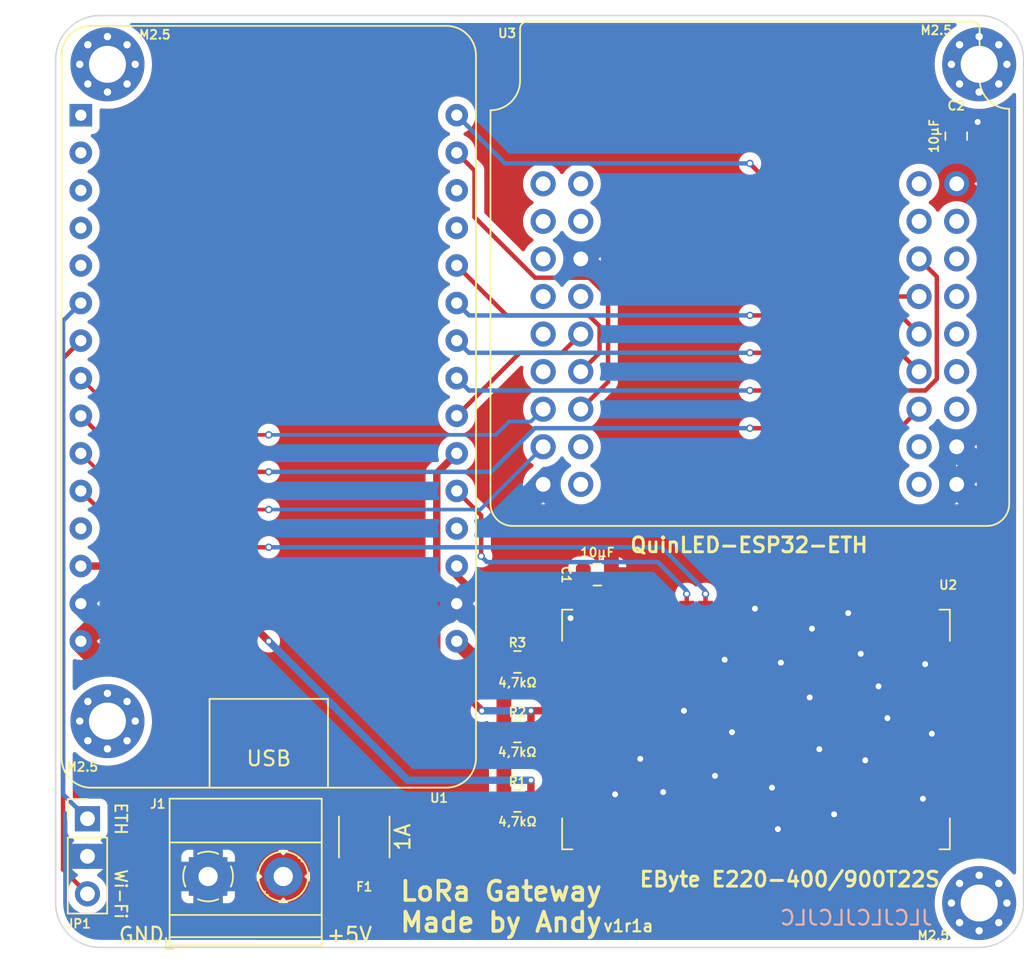
<source format=kicad_pcb>
(kicad_pcb (version 20211014) (generator pcbnew)
  (title_block (title "LoRa-Gateway-E220") (rev "v1r1a"))
  (layers (0 "F.Cu" signal) (31 "B.Cu" signal) (34 "B.Paste" user) (35 "F.Paste" user) (36 "B.SilkS" user "B.Silkscreen") (37 "F.SilkS" user "F.Silkscreen") (38 "B.Mask" user) (39 "F.Mask" user) (44 "Edge.Cuts" user))
  (net 0 "")
  (net 1 "GND")
  (net 2 "GPIO14")
  (net 3 "GPIO4")
  (net 4 "GPIO25")
  (net 5 "GPIO26")
  (net 6 "GPIO27")
  (net 7 "GPIO17")
  (net 8 "GPIO5")
  (net 9 "GPIO18")
  (net 10 "3v3")
  (net 11 "GPIO19")
  (net 12 "GPIO21")
  (net 13 "GPIO22")
  (net 14 "GPIO23")
  (net 20 "GPIO32")
  (net 21 "GPIO33")
  (net 24 "GPIO13")
  (net 25 "GPIO16")
  (net 28 "GPIO15")
  (net 36 "5vF")
  (net 37 "/5V")
  (footprint "Connector_PinHeader_2.54mm:PinHeader_1x03_P2.54mm_Vertical" (layer "F.Cu") (at 99.15 90.3)
    (fp_text reference "JP1" (at -0.6 7.1) (layer "F.SilkS") (effects (font (size 0.6 0.6) (thickness 0.12))))
    (fp_text value "Jumper_3_Open")
    (fp_text user "Wi-Fi" (at 2.25 5.1 -90 unlocked) (layer "F.SilkS") (effects (font (size 0.8 0.8) (thickness 0.13))))
    (fp_text user "ETH" (at 2.25 0 -90 unlocked) (layer "F.SilkS") (effects (font (size 0.8 0.8) (thickness 0.13))))
    (fp_line (start 1.33 1.27) (end 1.33 6.41) (layer "F.SilkS") (width 0.12))
    (fp_line (start -1.33 -1.33) (end 0 -1.33) (layer "F.SilkS") (width 0.12))
    (fp_line (start -1.33 1.27) (end 1.33 1.27) (layer "F.SilkS") (width 0.12))
    (fp_line (start -1.33 6.41) (end 1.33 6.41) (layer "F.SilkS") (width 0.12))
    (fp_line (start -1.33 1.27) (end -1.33 6.41) (layer "F.SilkS") (width 0.12))
    (fp_line (start -1.33 0) (end -1.33 -1.33) (layer "F.SilkS") (width 0.12))
    (pad "1" thru_hole rect locked (at 0 0) (size 1.7 1.7) (drill 1) (layers *.Cu *.Mask) (net 20 "GPIO32"))
    (pad "2" thru_hole oval locked (at 0 2.54) (size 1.7 1.7) (drill 1) (layers *.Cu *.Mask) (net 1 "GND"))
    (pad "3" thru_hole oval locked (at 0 5.08) (size 1.7 1.7) (drill 1) (layers *.Cu *.Mask) (net 21 "GPIO33"))
  )
  (footprint "Capacitor_SMD:C_0805_2012Metric" (layer "F.Cu") (at 157.85 44.15 90)
    (fp_text reference "C2" (at 2.05 0 180) (layer "F.SilkS") (effects (font (size 0.6 0.6) (thickness 0.12))))
    (fp_text value "10µF" (at 0 -1.5 90) (layer "F.SilkS") (effects (font (size 0.6 0.6) (thickness 0.12))))
    (fp_line (start -0.261252 -0.735) (end 0.261252 -0.735) (layer "F.SilkS") (width 0.12))
    (fp_line (start -0.261252 0.735) (end 0.261252 0.735) (layer "F.SilkS") (width 0.12))
    (pad "1" smd roundrect locked (at -0.95 0 90) (size 1 1.45) (layers "F.Cu" "F.Paste" "F.Mask") (net 36 "5vF"))
    (pad "2" smd roundrect locked (at 0.95 0 90) (size 1 1.45) (layers "F.Cu" "F.Paste" "F.Mask") (net 1 "GND"))
  )
  (footprint "MountingHole:MountingHole_2.5mm_Pad_Via" (layer "F.Cu") (at 159.4 96)
    (fp_text reference "H3")
    (fp_text value "M2.5" (at -3.1 2.2) (layer "F.SilkS") (effects (font (size 0.6 0.6) (thickness 0.12))))
    (pad "1" thru_hole circle locked (at 1.875 0) (size 0.8 0.8) (drill 0.5) (layers *.Cu *.Mask))
    (pad "1" thru_hole circle locked (at 0 1.875) (size 0.8 0.8) (drill 0.5) (layers *.Cu *.Mask))
    (pad "1" thru_hole circle locked (at 1.325825 -1.325825) (size 0.8 0.8) (drill 0.5) (layers *.Cu *.Mask))
    (pad "1" thru_hole circle locked (at 0 0) (size 5 5) (drill 2.5) (layers *.Cu *.Mask))
    (pad "1" thru_hole circle locked (at 1.325825 1.325825) (size 0.8 0.8) (drill 0.5) (layers *.Cu *.Mask))
    (pad "1" thru_hole circle locked (at -1.325825 -1.325825) (size 0.8 0.8) (drill 0.5) (layers *.Cu *.Mask))
    (pad "1" thru_hole circle locked (at 0 -1.875) (size 0.8 0.8) (drill 0.5) (layers *.Cu *.Mask))
    (pad "1" thru_hole circle locked (at -1.875 0) (size 0.8 0.8) (drill 0.5) (layers *.Cu *.Mask))
    (pad "1" thru_hole circle locked (at -1.325825 1.325825) (size 0.8 0.8) (drill 0.5) (layers *.Cu *.Mask))
  )
  (footprint "Resistor_SMD:R_0805_2012Metric" (layer "F.Cu") (at 128.2 84.4)
    (fp_text reference "R2" (at 0 -1.3) (layer "F.SilkS") (effects (font (size 0.6 0.6) (thickness 0.12))))
    (fp_text value "4,7kΩ" (at -0.0125 1.4) (layer "F.SilkS") (effects (font (size 0.6 0.6) (thickness 0.12))))
    (fp_line (start -0.227064 0.735) (end 0.227064 0.735) (layer "F.SilkS") (width 0.12))
    (fp_line (start -0.227064 -0.735) (end 0.227064 -0.735) (layer "F.SilkS") (width 0.12))
    (pad "1" smd roundrect locked (at -0.9125 0) (size 1.025 1.4) (layers "F.Cu" "F.Paste" "F.Mask") (roundrect_rratio 0.243902439) (net 10 "3v3"))
    (pad "2" smd roundrect locked (at 0.9125 0) (size 1.025 1.4) (layers "F.Cu" "F.Paste" "F.Mask") (roundrect_rratio 0.243902439) (net 25 "GPIO16"))
  )
  (footprint "QuinLED:QuinLED-ESP32-ETH-Hat" (layer "F.Cu") (at 161.43 70.505 180)
    (fp_text reference "U3" (at 33.93 33.305) (layer "F.SilkS") (effects (font (size 0.6 0.6) (thickness 0.12))))
    (fp_text value "QuinLED-ESP32-ETH-Hat")
    (fp_text user "QuinLED-ESP32-ETH" (at 17.58 -1.295 unlocked) (layer "F.SilkS") (effects (font (thickness 0.2))))
    (fp_line (start 2.5 34.1) (end 32.55 34.1) (layer "F.SilkS") (width 0.12))
    (fp_line (start 2 30.2) (end 2 33.6) (layer "F.SilkS") (width 0.12))
    (fp_line (start 33.05 30.1) (end 33.05 33.6) (layer "F.SilkS") (width 0.12))
    (fp_line (start 1.5 0) (end 33.55 0) (layer "F.SilkS") (width 0.12))
    (fp_line (start 0 1.5) (end 0 28.2) (layer "F.SilkS") (width 0.12))
    (fp_line (start 35.05 1.5) (end 35.05 28.1) (layer "F.SilkS") (width 0.12))
    (fp_arc (start 33.05 33.6) (mid 32.903553 33.953553) (end 32.55 34.1) (layer "F.SilkS") (width 0.12))
    (fp_arc (start 0 28.2) (mid 1.414214 28.785786) (end 2 30.2) (layer "F.SilkS") (width 0.12))
    (fp_arc (start 0 1.5) (mid 0.43934 0.43934) (end 1.5 0) (layer "F.SilkS") (width 0.12))
    (fp_arc (start 33.05 30.1) (mid 33.635786 28.685786) (end 35.05 28.1) (layer "F.SilkS") (width 0.12))
    (fp_arc (start 2.5 34.1) (mid 2.146447 33.953553) (end 2 33.6) (layer "F.SilkS") (width 0.12))
    (fp_arc (start 33.55 0) (mid 34.61066 0.43934) (end 35.05 1.5) (layer "F.SilkS") (width 0.12))
    (pad "1" thru_hole circle (at 3.55 23.13 180) (size 1.7 1.7) (drill 1) (layers *.Cu *.Mask) (net 36 "5vF"))
    (pad "2" thru_hole circle (at 3.55 2.81 180) (size 1.7 1.7) (drill 1) (layers *.Cu *.Mask) (net 1 "GND"))
    (pad "3" thru_hole circle (at 3.55 5.35 180) (size 1.7 1.7) (drill 1) (layers *.Cu *.Mask) (net 1 "GND"))
    (pad "4" thru_hole circle (at 31.49 2.81 180) (size 1.7 1.7) (drill 1) (layers *.Cu *.Mask) (net 1 "GND"))
    (pad "5" thru_hole circle (at 28.95 18.05 180) (size 1.7 1.7) (drill 1) (layers *.Cu *.Mask) (net 1 "GND"))
    (pad "6" thru_hole circle (at 6.09 18.05 180) (size 1.7 1.7) (drill 1) (layers *.Cu *.Mask) (net 8 "GPIO5"))
    (pad "7" thru_hole circle (at 28.95 12.97 180) (size 1.7 1.7) (drill 1) (layers *.Cu *.Mask) (net 7 "GPIO17"))
    (pad "8" thru_hole circle (at 6.09 10.43 180) (size 1.7 1.7) (drill 1) (layers *.Cu *.Mask) (net 9 "GPIO18"))
    (pad "9" thru_hole circle (at 6.09 12.97 180) (size 1.7 1.7) (drill 1) (layers *.Cu *.Mask) (net 11 "GPIO19"))
    (pad "10" thru_hole circle (at 28.95 10.43 180) (size 1.7 1.7) (drill 1) (layers *.Cu *.Mask) (net 12 "GPIO21"))
    (pad "11" thru_hole circle (at 28.95 7.89 180) (size 1.7 1.7) (drill 1) (layers *.Cu *.Mask) (net 13 "GPIO22"))
    (pad "12" thru_hole circle (at 6.09 15.51 180) (size 1.7 1.7) (drill 1) (layers *.Cu *.Mask) (net 14 "GPIO23"))
    (pad "13" thru_hole circle (at 31.49 7.89 180) (size 1.7 1.7) (drill 1) (layers *.Cu *.Mask) (net 4 "GPIO25"))
    (pad "14" thru_hole circle (at 6.09 7.89 180) (size 1.7 1.7) (drill 1) (layers *.Cu *.Mask) (net 5 "GPIO26"))
    (pad "15" thru_hole circle (at 31.49 5.35 180) (size 1.7 1.7) (drill 1) (layers *.Cu *.Mask) (net 6 "GPIO27"))
    (pad "16" thru_hole circle (at 6.09 2.81 180) (size 1.7 1.7) (drill 1) (layers *.Cu *.Mask))
    (pad "17" thru_hole circle (at 6.09 5.35 180) (size 1.7 1.7) (drill 1) (layers *.Cu *.Mask))
    (pad "18" thru_hole circle (at 3.55 7.89 180) (size 1.7 1.7) (drill 1) (layers *.Cu *.Mask))
    (pad "19" thru_hole circle (at 3.55 10.43 180) (size 1.7 1.7) (drill 1) (layers *.Cu *.Mask))
    (pad "20" thru_hole circle (at 3.55 12.97 180) (size 1.7 1.7) (drill 1) (layers *.Cu *.Mask))
    (pad "21" thru_hole circle (at 3.55 15.51 180) (size 1.7 1.7) (drill 1) (layers *.Cu *.Mask))
    (pad "22" thru_hole circle (at 3.55 18.05 180) (size 1.7 1.7) (drill 1) (layers *.Cu *.Mask))
    (pad "23" thru_hole circle (at 3.55 20.59 180) (size 1.7 1.7) (drill 1) (layers *.Cu *.Mask))
    (pad "24" thru_hole circle (at 6.09 20.59 180) (size 1.7 1.7) (drill 1) (layers *.Cu *.Mask))
    (pad "25" thru_hole circle (at 6.09 23.13 180) (size 1.7 1.7) (drill 1) (layers *.Cu *.Mask))
    (pad "26" thru_hole circle (at 28.95 2.81 180) (size 1.7 1.7) (drill 1) (layers *.Cu *.Mask))
    (pad "27" thru_hole circle (at 28.95 5.35 180) (size 1.7 1.7) (drill 1) (layers *.Cu *.Mask))
    (pad "28" thru_hole circle (at 31.49 10.43 180) (size 1.7 1.7) (drill 1) (layers *.Cu *.Mask))
    (pad "29" thru_hole circle (at 31.49 12.97 180) (size 1.7 1.7) (drill 1) (layers *.Cu *.Mask))
    (pad "30" thru_hole circle (at 28.95 15.51 180) (size 1.7 1.7) (drill 1) (layers *.Cu *.Mask))
    (pad "31" thru_hole circle (at 31.49 15.51 180) (size 1.7 1.7) (drill 1) (layers *.Cu *.Mask))
    (pad "32" thru_hole circle (at 31.49 18.05 180) (size 1.7 1.7) (drill 1) (layers *.Cu *.Mask))
    (pad "33" thru_hole circle (at 28.95 20.59 180) (size 1.7 1.7) (drill 1) (layers *.Cu *.Mask))
    (pad "34" thru_hole circle (at 31.49 20.59 180) (size 1.7 1.7) (drill 1) (layers *.Cu *.Mask))
    (pad "35" thru_hole circle (at 28.95 23.13 180) (size 1.7 1.7) (drill 1) (layers *.Cu *.Mask))
    (pad "36" thru_hole circle (at 31.49 23.13 180) (size 1.7 1.7) (drill 1) (layers *.Cu *.Mask))
  )
  (footprint "MountingHole:MountingHole_2.5mm_Pad_Via" (layer "F.Cu") (at 100.5 39.3)
    (fp_text reference "H1")
    (fp_text value "M2.5" (at 3.2 -2) (layer "F.SilkS") (effects (font (size 0.6 0.6) (thickness 0.12))))
    (pad "1" thru_hole circle locked (at 0 -1.875) (size 0.8 0.8) (drill 0.5) (layers *.Cu *.Mask))
    (pad "1" thru_hole circle locked (at 0 1.875) (size 0.8 0.8) (drill 0.5) (layers *.Cu *.Mask))
    (pad "1" thru_hole circle locked (at 0 0) (size 5 5) (drill 2.5) (layers *.Cu *.Mask))
    (pad "1" thru_hole circle locked (at 1.325825 -1.325825) (size 0.8 0.8) (drill 0.5) (layers *.Cu *.Mask))
    (pad "1" thru_hole circle locked (at 1.325825 1.325825) (size 0.8 0.8) (drill 0.5) (layers *.Cu *.Mask))
    (pad "1" thru_hole circle locked (at 1.875 0) (size 0.8 0.8) (drill 0.5) (layers *.Cu *.Mask))
    (pad "1" thru_hole circle locked (at -1.875 0) (size 0.8 0.8) (drill 0.5) (layers *.Cu *.Mask))
    (pad "1" thru_hole circle locked (at -1.325825 -1.325825) (size 0.8 0.8) (drill 0.5) (layers *.Cu *.Mask))
    (pad "1" thru_hole circle locked (at -1.325825 1.325825) (size 0.8 0.8) (drill 0.5) (layers *.Cu *.Mask))
  )
  (footprint "Andys-Footprints:E-Byte-E220-xxxT22S" (layer "F.Cu") (at 130.82 93.6675 90)
    (fp_text reference "U2" (at 19.1675 26.48 180) (layer "F.SilkS") (effects (font (size 0.6 0.6) (thickness 0.12))))
    (fp_text value "EByte E220-400/900T22S" (at -0.7325 15.78 180) (layer "F.SilkS") (effects (font (thickness 0.2))))
    (fp_line (start 17.5 0.4) (end 17.5 1.1) (layer "F.SilkS") (width 0.12))
    (fp_line (start 1.3 26.6) (end 1.3 25.9) (layer "F.SilkS") (width 0.12))
    (fp_line (start 3.4 0.4) (end 1.3 0.4) (layer "F.SilkS") (width 0.12))
    (fp_line (start 15.4 26.6) (end 17.5 26.6) (layer "F.SilkS") (width 0.12))
    (fp_line (start 1.3 0.4) (end 1.3 1.1) (layer "F.SilkS") (width 0.12))
    (fp_line (start 15.4 0.4) (end 17.5 0.4) (layer "F.SilkS") (width 0.12))
    (fp_line (start 3.4 26.6) (end 1.3 26.6) (layer "F.SilkS") (width 0.12))
    (fp_line (start 17.5 26.6) (end 17.5 25.9) (layer "F.SilkS") (width 0.12))
    (pad "1" smd rect (at 1.6 2.47) (size 1 1.8) (layers "F.Cu" "F.Paste" "F.Mask"))
    (pad "2" smd rect (at 1.6 3.74) (size 1 1.8) (layers "F.Cu" "F.Paste" "F.Mask") (net 1 "GND"))
    (pad "3" smd rect (at 1.6 5.01) (size 1 1.8) (layers "F.Cu" "F.Paste" "F.Mask"))
    (pad "4" smd rect (at 1.6 6.28) (size 1 1.8) (layers "F.Cu" "F.Paste" "F.Mask"))
    (pad "5" smd rect (at 1.6 7.55) (size 1 1.8) (layers "F.Cu" "F.Paste" "F.Mask"))
    (pad "6" smd rect (at 1.6 8.82) (size 1 1.8) (layers "F.Cu" "F.Paste" "F.Mask"))
    (pad "7" smd rect (at 1.6 10.09) (size 1 1.8) (layers "F.Cu" "F.Paste" "F.Mask"))
    (pad "8" smd rect (at 1.6 11.36) (size 1 1.8) (layers "F.Cu" "F.Paste" "F.Mask") (net 1 "GND"))
    (pad "11" smd rect (at 1.6 22.56) (size 1 1.8) (layers "F.Cu" "F.Paste" "F.Mask") (net 1 "GND"))
    (pad "12" smd rect (at 1.6 23.83) (size 1 1.8) (layers "F.Cu" "F.Paste" "F.Mask"))
    (pad "13" smd rect (at 1.6 25.1) (size 1 1.8) (layers "F.Cu" "F.Paste" "F.Mask") (net 1 "GND"))
    (pad "14" smd rect (at 17.2 25.1) (size 1 1.8) (layers "F.Cu" "F.Paste" "F.Mask") (net 1 "GND"))
    (pad "15" smd rect (at 17.2 23.83) (size 1 1.8) (layers "F.Cu" "F.Paste" "F.Mask") (net 1 "GND"))
    (pad "16" smd rect (at 17.2 22.56) (size 1 1.8) (layers "F.Cu" "F.Paste" "F.Mask") (net 1 "GND"))
    (pad "19" smd rect (at 17.2 11.36) (size 1 1.8) (layers "F.Cu" "F.Paste" "F.Mask") (net 1 "GND"))
    (pad "20" smd rect (at 17.2 10.09) (size 1 1.8) (layers "F.Cu" "F.Paste" "F.Mask") (net 2 "GPIO14"))
    (pad "21" smd rect (at 17.2 8.82) (size 1 1.8) (layers "F.Cu" "F.Paste" "F.Mask") (net 3 "GPIO4"))
    (pad "22" smd rect (at 17.2 7.55) (size 1 1.8) (layers "F.Cu" "F.Paste" "F.Mask") (net 24 "GPIO13"))
    (pad "23" smd rect (at 17.2 6.28) (size 1 1.8) (layers "F.Cu" "F.Paste" "F.Mask") (net 25 "GPIO16"))
    (pad "24" smd rect (at 17.2 5.01) (size 1 1.8) (layers "F.Cu" "F.Paste" "F.Mask") (net 28 "GPIO15"))
    (pad "25" smd rect (at 17.2 3.74) (size 1 1.8) (layers "F.Cu" "F.Paste" "F.Mask") (net 36 "5vF"))
    (pad "26" smd rect (at 17.2 2.47) (size 1 1.8) (layers "F.Cu" "F.Paste" "F.Mask") (net 1 "GND"))
  )
  (footprint "Resistor_SMD:R_0805_2012Metric" (layer "F.Cu") (at 128.2 79.7)
    (fp_text reference "R3" (at 0 -1.3) (layer "F.SilkS") (effects (font (size 0.6 0.6) (thickness 0.12))))
    (fp_text value "4,7kΩ" (at 0 1.4) (layer "F.SilkS") (effects (font (size 0.6 0.6) (thickness 0.12))))
    (fp_line (start -0.227064 0.735) (end 0.227064 0.735) (layer "F.SilkS") (width 0.12))
    (fp_line (start -0.227064 -0.735) (end 0.227064 -0.735) (layer "F.SilkS") (width 0.12))
    (pad "1" smd roundrect locked (at -0.9125 0) (size 1.025 1.4) (layers "F.Cu" "F.Paste" "F.Mask") (roundrect_rratio 0.243902439) (net 10 "3v3"))
    (pad "2" smd roundrect locked (at 0.9125 0) (size 1.025 1.4) (layers "F.Cu" "F.Paste" "F.Mask") (roundrect_rratio 0.243902439) (net 28 "GPIO15"))
  )
  (footprint "Fuse:Fuse_1812_4532Metric" (layer "F.Cu") (at 117.85 91.5375 -90)
    (fp_text reference "F1" (at 3.3625 0) (layer "F.SilkS") (effects (font (size 0.6 0.6) (thickness 0.12))))
    (fp_text value "1A" (at 0.0125 -2.6 -90) (layer "F.SilkS"))
    (fp_line (start -1.386252 1.71) (end 1.386252 1.71) (layer "F.SilkS") (width 0.12))
    (fp_line (start -1.386252 -1.71) (end 1.386252 -1.71) (layer "F.SilkS") (width 0.12))
    (pad "1" smd roundrect (at -2.1375 0 270) (size 1.125 3.4) (layers "F.Cu" "F.Paste" "F.Mask") (roundrect_rratio 0.2222222222) (net 36 "5vF"))
    (pad "2" smd roundrect (at 2.1375 0 270) (size 1.125 3.4) (layers "F.Cu" "F.Paste" "F.Mask") (roundrect_rratio 0.2222222222) (net 37 "/5V"))
  )
  (footprint "Resistor_SMD:R_0805_2012Metric" (layer "F.Cu") (at 128.2 89.1)
    (fp_text reference "R1" (at 0 -1.3) (layer "F.SilkS") (effects (font (size 0.6 0.6) (thickness 0.12))))
    (fp_text value "4,7kΩ" (at 0 1.4) (layer "F.SilkS") (effects (font (size 0.6 0.6) (thickness 0.12))))
    (fp_line (start -0.227064 -0.735) (end 0.227064 -0.735) (layer "F.SilkS") (width 0.12))
    (fp_line (start -0.227064 0.735) (end 0.227064 0.735) (layer "F.SilkS") (width 0.12))
    (pad "1" smd roundrect locked (at -0.9125 0) (size 1.025 1.4) (layers "F.Cu" "F.Paste" "F.Mask") (roundrect_rratio 0.243902439) (net 10 "3v3"))
    (pad "2" smd roundrect locked (at 0.9125 0) (size 1.025 1.4) (layers "F.Cu" "F.Paste" "F.Mask") (roundrect_rratio 0.243902439) (net 24 "GPIO13"))
  )
  (footprint "Capacitor_SMD:C_0805_2012Metric" (layer "F.Cu") (at 133.6 73.8)
    (fp_text reference "C1" (at -2.1 0 270 unlocked) (layer "F.SilkS") (effects (font (size 0.6 0.6) (thickness 0.12))))
    (fp_text value "10µF" (at 0 -1.5) (layer "F.SilkS") (effects (font (size 0.6 0.6) (thickness 0.12))))
    (fp_line (start -0.261252 -0.735) (end 0.261252 -0.735) (layer "F.SilkS") (width 0.12))
    (fp_line (start -0.261252 0.735) (end 0.261252 0.735) (layer "F.SilkS") (width 0.12))
    (pad "1" smd roundrect locked (at -0.95 0) (size 1 1.45) (layers "F.Cu" "F.Paste" "F.Mask") (net 1 "GND"))
    (pad "2" smd roundrect locked (at 0.95 0) (size 1 1.45) (layers "F.Cu" "F.Paste" "F.Mask") (net 36 "5vF"))
  )
  (footprint "TerminalBlock_Phoenix:TerminalBlock_Phoenix_MKDS-1,5-2-5.08_1x02_P5.08mm_Horizontal" (layer "F.Cu") (at 107.3 94.205)
    (fp_text reference "J1" (at -3.4 -4.905) (layer "F.SilkS") (effects (font (size 0.6 0.6) (thickness 0.12))))
    (fp_text value "Conn_01x02")
    (fp_text user "GND" (at -4.5 3.945 unlocked) (layer "F.SilkS"))
    (fp_text user "+5V" (at 9.55 3.945 unlocked) (layer "F.SilkS"))
    (fp_line (start -2.6 -5.261) (end -2.6 4.66) (layer "F.SilkS") (width 0.12))
    (fp_line (start -2.84 4.16) (end -2.84 4.9) (layer "F.SilkS") (width 0.12))
    (fp_line (start 7.68 -5.261) (end 7.68 4.66) (layer "F.SilkS") (width 0.12))
    (fp_line (start -2.6 -2.301) (end 7.68 -2.301) (layer "F.SilkS") (width 0.12))
    (fp_line (start -2.6 -5.261) (end 7.68 -5.261) (layer "F.SilkS") (width 0.12))
    (fp_line (start -2.84 4.9) (end -2.34 4.9) (layer "F.SilkS") (width 0.12))
    (fp_line (start 4.046 1.239) (end 4.011 1.274) (layer "F.SilkS") (width 0.12))
    (fp_line (start 6.355 -1.069) (end 6.308 -1.023) (layer "F.SilkS") (width 0.12))
    (fp_line (start -2.6 2.6) (end 7.68 2.6) (layer "F.SilkS") (width 0.12))
    (fp_line (start 3.853 1.023) (end 3.806 1.069) (layer "F.SilkS") (width 0.12))
    (fp_line (start 6.15 -1.275) (end 6.115 -1.239) (layer "F.SilkS") (width 0.12))
    (fp_line (start -2.6 4.66) (end 7.68 4.66) (layer "F.SilkS") (width 0.12))
    (fp_line (start -2.6 4.1) (end 7.68 4.1) (layer "F.SilkS") (width 0.12))
    (fp_arc (start -0.683042 -1.535427) (mid 0.000524 -1.680501) (end 0.684 -1.535) (layer "F.SilkS") (width 0.12))
    (fp_arc (start -1.535427 0.683042) (mid -1.680501 -0.000524) (end -1.535 -0.684) (layer "F.SilkS") (width 0.12))
    (fp_arc (start 1.535427 -0.683042) (mid 1.680501 0.000524) (end 1.535 0.684) (layer "F.SilkS") (width 0.12))
    (fp_arc (start 0.683318 1.534756) (mid 0.349292 1.643288) (end 0 1.68) (layer "F.SilkS") (width 0.12))
    (fp_arc (start 0.028805 1.680253) (mid -0.335551 1.646659) (end -0.684 1.535) (layer "F.SilkS") (width 0.12))
    (fp_circle (center 5.08 0) (end 6.76 0) (layer "F.SilkS") (width 0.12) (fill none))
    (pad "1" thru_hole rect locked (at 0 0) (size 2.6 2.6) (drill 1.3) (layers *.Cu *.Mask) (net 1 "GND"))
    (pad "2" thru_hole circle locked (at 5.08 0) (size 2.6 2.6) (drill 1.3) (layers *.Cu *.Mask) (net 37 "/5V"))
  )
  (footprint "MountingHole:MountingHole_2.5mm_Pad_Via" (layer "F.Cu") (at 159.4 39.3)
    (fp_text reference "H2")
    (fp_text value "M2.5" (at -2.9 -2.3) (layer "F.SilkS") (effects (font (size 0.6 0.6) (thickness 0.12))))
    (pad "1" thru_hole circle locked (at -1.325825 1.325825) (size 0.8 0.8) (drill 0.5) (layers *.Cu *.Mask))
    (pad "1" thru_hole circle locked (at 1.325825 -1.325825) (size 0.8 0.8) (drill 0.5) (layers *.Cu *.Mask))
    (pad "1" thru_hole circle locked (at 1.325825 1.325825) (size 0.8 0.8) (drill 0.5) (layers *.Cu *.Mask))
    (pad "1" thru_hole circle locked (at 0 -1.875) (size 0.8 0.8) (drill 0.5) (layers *.Cu *.Mask))
    (pad "1" thru_hole circle locked (at -1.325825 -1.325825) (size 0.8 0.8) (drill 0.5) (layers *.Cu *.Mask))
    (pad "1" thru_hole circle locked (at -1.875 0) (size 0.8 0.8) (drill 0.5) (layers *.Cu *.Mask))
    (pad "1" thru_hole circle locked (at 1.875 0) (size 0.8 0.8) (drill 0.5) (layers *.Cu *.Mask))
    (pad "1" thru_hole circle locked (at 0 1.875) (size 0.8 0.8) (drill 0.5) (layers *.Cu *.Mask))
    (pad "1" thru_hole circle locked (at 0 0) (size 5 5) (drill 2.5) (layers *.Cu *.Mask))
  )
  (footprint "Andys-Footprints:esp32_devkit_v1_doit-less-silkscreen" (layer "F.Cu") (at 111.4 42.74)
    (fp_text reference "U1" (at 11.5 46.16) (layer "F.SilkS") (effects (font (size 0.6 0.6) (thickness 0.12))))
    (fp_text value "ESP32_DevKit_V1_DOIT")
    (fp_text user "USB" (at 0 43.49) (layer "F.SilkS"))
    (fp_line (start 4 39.46) (end 4 45.46) (layer "F.SilkS") (width 0.12))
    (fp_line (start -4 39.46) (end 4 39.46) (layer "F.SilkS") (width 0.12))
    (fp_line (start -12 -6.04) (end 12 -6.04) (layer "F.SilkS") (width 0.12))
    (fp_line (start -4 39.46) (end -4 45.46) (layer "F.SilkS") (width 0.12))
    (fp_line (start 14 43.46) (end 14 -4.04) (layer "F.SilkS") (width 0.12))
    (fp_line (start -12 45.46) (end 12 45.46) (layer "F.SilkS") (width 0.12))
    (fp_line (start -14 -4.04) (end -14 43.46) (layer "F.SilkS") (width 0.12))
    (fp_arc (start 14 43.46) (mid 13.414214 44.874214) (end 12 45.46) (layer "F.SilkS") (width 0.12))
    (fp_arc (start -14 -4.04) (mid -13.414214 -5.454214) (end -12 -6.04) (layer "F.SilkS") (width 0.12))
    (fp_arc (start -12 45.46) (mid -13.414214 44.874214) (end -14 43.46) (layer "F.SilkS") (width 0.12))
    (fp_arc (start 12 -6.04) (mid 13.414214 -5.454214) (end 14 -4.04) (layer "F.SilkS") (width 0.12))
    (pad "1" thru_hole rect (at -12.7 0) (size 1.524 1.524) (drill 0.762) (layers *.Cu *.Mask))
    (pad "2" thru_hole circle (at -12.7 2.54) (size 1.524 1.524) (drill 0.762) (layers *.Cu *.Mask))
    (pad "3" thru_hole circle (at -12.7 5.08) (size 1.524 1.524) (drill 0.762) (layers *.Cu *.Mask))
    (pad "4" thru_hole circle (at -12.7 7.62) (size 1.524 1.524) (drill 0.762) (layers *.Cu *.Mask))
    (pad "5" thru_hole circle (at -12.7 10.16) (size 1.524 1.524) (drill 0.762) (layers *.Cu *.Mask))
    (pad "6" thru_hole circle (at -12.7 12.7) (size 1.524 1.524) (drill 0.762) (layers *.Cu *.Mask) (net 20 "GPIO32"))
    (pad "7" thru_hole circle (at -12.7 15.24) (size 1.524 1.524) (drill 0.762) (layers *.Cu *.Mask) (net 21 "GPIO33"))
    (pad "8" thru_hole circle (at -12.7 17.78) (size 1.524 1.524) (drill 0.762) (layers *.Cu *.Mask) (net 4 "GPIO25"))
    (pad "9" thru_hole circle (at -12.7 20.32) (size 1.524 1.524) (drill 0.762) (layers *.Cu *.Mask) (net 5 "GPIO26"))
    (pad "10" thru_hole circle (at -12.7 22.86) (size 1.524 1.524) (drill 0.762) (layers *.Cu *.Mask) (net 6 "GPIO27"))
    (pad "11" thru_hole circle (at -12.7 25.4) (size 1.524 1.524) (drill 0.762) (layers *.Cu *.Mask) (net 2 "GPIO14"))
    (pad "12" thru_hole circle (at -12.7 27.94) (size 1.524 1.524) (drill 0.762) (layers *.Cu *.Mask))
    (pad "13" thru_hole circle (at -12.7 30.48) (size 1.524 1.524) (drill 0.762) (layers *.Cu *.Mask) (net 24 "GPIO13"))
    (pad "14" thru_hole circle (at -12.7 33.02) (size 1.524 1.524) (drill 0.762) (layers *.Cu *.Mask) (net 1 "GND"))
    (pad "15" thru_hole circle (at -12.7 35.56) (size 1.524 1.524) (drill 0.762) (layers *.Cu *.Mask) (net 36 "5vF"))
    (pad "16" thru_hole circle (at 12.7 35.56) (size 1.524 1.524) (drill 0.762) (layers *.Cu *.Mask) (net 10 "3v3"))
    (pad "17" thru_hole circle (at 12.7 33.02) (size 1.524 1.524) (drill 0.762) (layers *.Cu *.Mask) (net 1 "GND"))
    (pad "18" thru_hole circle (at 12.7 30.48) (size 1.524 1.524) (drill 0.762) (layers *.Cu *.Mask) (net 28 "GPIO15"))
    (pad "19" thru_hole circle (at 12.7 27.94) (size 1.524 1.524) (drill 0.762) (layers *.Cu *.Mask))
    (pad "20" thru_hole circle (at 12.7 25.4) (size 1.524 1.524) (drill 0.762) (layers *.Cu *.Mask) (net 3 "GPIO4"))
    (pad "21" thru_hole circle (at 12.7 22.86) (size 1.524 1.524) (drill 0.762) (layers *.Cu *.Mask) (net 25 "GPIO16"))
    (pad "22" thru_hole circle (at 12.7 20.32) (size 1.524 1.524) (drill 0.762) (layers *.Cu *.Mask) (net 7 "GPIO17"))
    (pad "23" thru_hole circle (at 12.7 17.78) (size 1.524 1.524) (drill 0.762) (layers *.Cu *.Mask) (net 8 "GPIO5"))
    (pad "24" thru_hole circle (at 12.7 15.24) (size 1.524 1.524) (drill 0.762) (layers *.Cu *.Mask) (net 9 "GPIO18"))
    (pad "25" thru_hole circle (at 12.7 12.7) (size 1.524 1.524) (drill 0.762) (layers *.Cu *.Mask) (net 11 "GPIO19"))
    (pad "26" thru_hole circle (at 12.7 10.16) (size 1.524 1.524) (drill 0.762) (layers *.Cu *.Mask) (net 12 "GPIO21"))
    (pad "27" thru_hole circle (at 12.7 7.62) (size 1.524 1.524) (drill 0.762) (layers *.Cu *.Mask))
    (pad "28" thru_hole circle (at 12.7 5.08) (size 1.524 1.524) (drill 0.762) (layers *.Cu *.Mask))
    (pad "29" thru_hole circle (at 12.7 2.54) (size 1.524 1.524) (drill 0.762) (layers *.Cu *.Mask) (net 13 "GPIO22"))
    (pad "30" thru_hole circle (at 12.7 0) (size 1.524 1.524) (drill 0.762) (layers *.Cu *.Mask) (net 14 "GPIO23"))
  )
  (footprint "MountingHole:MountingHole_2.5mm_Pad_Via" (layer "F.Cu") (at 100.5 83.7)
    (fp_text reference "H4")
    (fp_text value "M2.5" (at -1.7 3.1) (layer "F.SilkS") (effects (font (size 0.6 0.6) (thickness 0.12))))
    (pad "1" thru_hole circle locked (at -1.875 0) (size 0.8 0.8) (drill 0.5) (layers *.Cu *.Mask))
    (pad "1" thru_hole circle locked (at 0 0) (size 5 5) (drill 2.5) (layers *.Cu *.Mask))
    (pad "1" thru_hole circle locked (at 0 1.875) (size 0.8 0.8) (drill 0.5) (layers *.Cu *.Mask))
    (pad "1" thru_hole circle locked (at 1.875 0) (size 0.8 0.8) (drill 0.5) (layers *.Cu *.Mask))
    (pad "1" thru_hole circle locked (at 1.325825 -1.325825) (size 0.8 0.8) (drill 0.5) (layers *.Cu *.Mask))
    (pad "1" thru_hole circle locked (at 1.325825 1.325825) (size 0.8 0.8) (drill 0.5) (layers *.Cu *.Mask))
    (pad "1" thru_hole circle locked (at -1.325825 1.325825) (size 0.8 0.8) (drill 0.5) (layers *.Cu *.Mask))
    (pad "1" thru_hole circle locked (at -1.325825 -1.325825) (size 0.8 0.8) (drill 0.5) (layers *.Cu *.Mask))
    (pad "1" thru_hole circle locked (at 0 -1.875) (size 0.8 0.8) (drill 0.5) (layers *.Cu *.Mask))
  )
  (gr_arc (start 100 99) (mid 97.87868 98.12132) (end 97 96) (layer "Edge.Cuts") (width 0.1))
  (gr_line (start 100 36) (end 159.4 36) (layer "Edge.Cuts") (width 0.1))
  (gr_line (start 97 96) (end 97 39) (layer "Edge.Cuts") (width 0.1))
  (gr_arc (start 162.4 96) (mid 161.52132 98.12132) (end 159.4 99) (layer "Edge.Cuts") (width 0.1))
  (gr_arc (start 159.4 36) (mid 161.52132 36.87868) (end 162.4 39) (layer "Edge.Cuts") (width 0.1))
  (gr_line (start 162.4 39) (end 162.4 96) (layer "Edge.Cuts") (width 0.1))
  (gr_line (start 159.4 99) (end 100 99) (layer "Edge.Cuts") (width 0.1))
  (gr_arc (start 97 39) (mid 97.87868 36.87868) (end 100 36) (layer "Edge.Cuts") (width 0.1))
  (gr_text "JLCJLCJLCJLC" (at 151.1 97) (layer "B.SilkS") (effects (font (size 1 1)) (justify mirror)))
  (gr_text "LoRa Gateway\nMade by Andy" (at 127.1 96.25) (layer "F.SilkS") (effects (font (size 1.3 1.3) (thickness 0.25))))
  (gr_text "v1r1a" (at 135.7 97.55) (layer "F.SilkS") (effects (font (size 0.8 0.8))))
  (segment (start 159.3 43.2) (end 157.85 43.2) (width 0.6) (layer "F.Cu") (net 1))
  (segment (start 131.75 76.7) (end 131.79 76.74) (width 0.6) (layer "F.Cu") (net 1))
  (segment (start 132.65 73.8) (end 131.75 74.7) (width 0.6) (layer "F.Cu") (net 1))
  (segment (start 131.75 74.7) (end 131.75 76.7) (width 0.6) (layer "F.Cu") (net 1))
  (via (at 145.4 88.2) (size 0.6) (drill 0.4) (layers "F.Cu" "B.Cu") (net 1))
  (via (at 156.2 84.55) (size 0.6) (drill 0.4) (layers "F.Cu" "B.Cu") (net 1))
  (via (at 159.3 43.2) (size 0.6) (drill 0.4) (layers "F.Cu" "B.Cu") (net 1))
  (via (at 148.1 77.45) (size 0.6) (drill 0.4) (layers "F.Cu" "B.Cu") (net 1))
  (via (at 141.55 87.4) (size 0.6) (drill 0.4) (layers "F.Cu" "B.Cu") (net 1))
  (via (at 136.5 86.25) (size 0.6) (drill 0.4) (layers "F.Cu" "B.Cu") (net 1))
  (via (at 149.6 90) (size 0.6) (drill 0.4) (layers "F.Cu" "B.Cu") (net 1))
  (via (at 153.2 83.5) (size 0.6) (drill 0.4) (layers "F.Cu" "B.Cu") (net 1))
  (via (at 134.8 88.65) (size 0.6) (drill 0.4) (layers "F.Cu" "B.Cu") (net 1))
  (via (at 145.8 91) (size 0.6) (drill 0.4) (layers "F.Cu" "B.Cu") (net 1))
  (via (at 147.95 82.1) (size 0.6) (drill 0.4) (layers "F.Cu" "B.Cu") (net 1))
  (via (at 155.6 88.95) (size 0.6) (drill 0.4) (layers "F.Cu" "B.Cu") (net 1))
  (via (at 151.4 79.15) (size 0.6) (drill 0.4) (layers "F.Cu" "B.Cu") (net 1))
  (via (at 142.7 84.45) (size 0.6) (drill 0.4) (layers "F.Cu" "B.Cu") (net 1))
  (via (at 142.2 79.55) (size 0.6) (drill 0.4) (layers "F.Cu" "B.Cu") (net 1))
  (via (at 144.25 76.1) (size 0.6) (drill 0.4) (layers "F.Cu" "B.Cu") (net 1))
  (via (at 131.79 76.74) (size 0.6) (drill 0.4) (layers "F.Cu" "B.Cu") (net 1))
  (via (at 150.55 76.4) (size 0.6) (drill 0.4) (layers "F.Cu" "B.Cu") (net 1))
  (via (at 138.05 88.5) (size 0.6) (drill 0.4) (layers "F.Cu" "B.Cu") (net 1))
  (via (at 151.7 86.35) (size 0.6) (drill 0.4) (layers "F.Cu" "B.Cu") (net 1))
  (via (at 152.6 81.35) (size 0.6) (drill 0.4) (layers "F.Cu" "B.Cu") (net 1))
  (via (at 146 79.75) (size 0.6) (drill 0.4) (layers "F.Cu" "B.Cu") (net 1))
  (via (at 148.6 85.6) (size 0.6) (drill 0.4) (layers "F.Cu" "B.Cu") (net 1))
  (via (at 155.75 79.85) (size 0.6) (drill 0.4) (layers "F.Cu" "B.Cu") (net 1))
  (via (at 139.45 83) (size 0.6) (drill 0.4) (layers "F.Cu" "B.Cu") (net 1))
  (segment (start 102.51 71.95) (end 111.4 71.95) (width 0.3) (layer "F.Cu") (net 2))
  (segment (start 140.90875 75.1) (end 140.90875 76.46625) (width 0.3) (layer "F.Cu") (net 2))
  (segment (start 98.7 68.14) (end 102.51 71.95) (width 0.3) (layer "F.Cu") (net 2))
  (segment (start 140.90875 76.46625) (end 140.91 76.4675) (width 0.3) (layer "F.Cu") (net 2))
  (via (at 140.90875 75.1) (size 0.5) (drill 0.3) (layers "F.Cu" "B.Cu") (net 2))
  (via (at 111.4 71.95) (size 0.5) (drill 0.3) (layers "F.Cu" "B.Cu") (net 2))
  (segment (start 137.95 71.95) (end 111.4 71.95) (width 0.3) (layer "B.Cu") (net 2))
  (segment (start 137.95 71.95) (end 140.9 74.9) (width 0.3) (layer "B.Cu") (net 2))
  (segment (start 125.75 69.79) (end 125.75 72.55) (width 0.3) (layer "F.Cu") (net 3))
  (segment (start 124.1 68.14) (end 125.75 69.79) (width 0.3) (layer "F.Cu") (net 3))
  (segment (start 139.63875 75.1) (end 139.63875 76.46) (width 0.3) (layer "F.Cu") (net 3))
  (via (at 125.75 72.55) (size 0.5) (drill 0.3) (layers "F.Cu" "B.Cu") (net 3))
  (via (at 139.63875 75.1) (size 0.5) (drill 0.3) (layers "F.Cu" "B.Cu") (net 3))
  (segment (start 126.15 72.95) (end 137.68875 72.95) (width 0.3) (layer "B.Cu") (net 3))
  (segment (start 125.75 72.55) (end 126.15 72.95) (width 0.3) (layer "B.Cu") (net 3))
  (segment (start 137.68875 72.95) (end 139.63875 74.9) (width 0.3) (layer "B.Cu") (net 3))
  (segment (start 111.4 64.35) (end 102.53 64.35) (width 0.25) (layer "F.Cu") (net 4))
  (segment (start 102.53 64.35) (end 98.7 60.52) (width 0.25) (layer "F.Cu") (net 4))
  (via (at 111.4 64.35) (size 0.5) (drill 0.3) (layers "F.Cu" "B.Cu") (net 4))
  (segment (start 126.74126 64.35) (end 111.4 64.35) (width 0.25) (layer "B.Cu") (net 4))
  (segment (start 127.64078 63.45048) (end 126.74126 64.35) (width 0.25) (layer "B.Cu") (net 4))
  (segment (start 129.10452 63.45048) (end 127.64078 63.45048) (width 0.25) (layer "B.Cu") (net 4))
  (segment (start 129.94 62.615) (end 129.10452 63.45048) (width 0.25) (layer "B.Cu") (net 4))
  (segment (start 143.91 63.9) (end 154.055 63.9) (width 0.3) (layer "F.Cu") (net 5))
  (segment (start 102.49 66.85) (end 111.4 66.85) (width 0.3) (layer "F.Cu") (net 5))
  (segment (start 154.055 63.9) (end 155.34 62.615) (width 0.3) (layer "F.Cu") (net 5))
  (segment (start 98.7 63.06) (end 102.49 66.85) (width 0.3) (layer "F.Cu") (net 5))
  (via (at 111.4 66.85) (size 0.5) (drill 0.3) (layers "F.Cu" "B.Cu") (net 5))
  (via (at 143.91 63.9) (size 0.5) (drill 0.3) (layers "F.Cu" "B.Cu") (net 5))
  (segment (start 129.374317 63.9) (end 143.91 63.9) (width 0.3) (layer "B.Cu") (net 5))
  (segment (start 111.4 66.85) (end 126.424317 66.85) (width 0.3) (layer "B.Cu") (net 5))
  (segment (start 126.424317 66.85) (end 129.374317 63.9) (width 0.3) (layer "B.Cu") (net 5))
  (segment (start 102.5 69.4) (end 98.7 65.6) (width 0.25) (layer "F.Cu") (net 6))
  (segment (start 111.4 69.4) (end 102.5 69.4) (width 0.25) (layer "F.Cu") (net 6))
  (via (at 111.4 69.4) (size 0.5) (drill 0.3) (layers "F.Cu" "B.Cu") (net 6))
  (segment (start 125.695 69.4) (end 111.4 69.4) (width 0.25) (layer "B.Cu") (net 6))
  (segment (start 129.94 65.155) (end 125.695 69.4) (width 0.25) (layer "B.Cu") (net 6))
  (segment (start 128.36 58.8) (end 124.1 63.06) (width 0.3) (layer "F.Cu") (net 7))
  (segment (start 132.48 57.535) (end 131.215 58.8) (width 0.3) (layer "F.Cu") (net 7))
  (segment (start 131.215 58.8) (end 128.36 58.8) (width 0.3) (layer "F.Cu") (net 7))
  (segment (start 156.539511 60.571855) (end 155.761366 61.35) (width 0.3) (layer "F.Cu") (net 8))
  (segment (start 155.761366 61.35) (end 143.91 61.35) (width 0.3) (layer "F.Cu") (net 8))
  (segment (start 155.34 52.455) (end 156.539511 53.654511) (width 0.3) (layer "F.Cu") (net 8))
  (segment (start 156.539511 53.654511) (end 156.539511 60.571855) (width 0.3) (layer "F.Cu") (net 8))
  (via (at 143.91 61.35) (size 0.5) (drill 0.3) (layers "F.Cu" "B.Cu") (net 8))
  (segment (start 143.91 61.35) (end 124.93 61.35) (width 0.3) (layer "B.Cu") (net 8))
  (segment (start 124.93 61.35) (end 124.1 60.52) (width 0.3) (layer "B.Cu") (net 8))
  (segment (start 155.34 60.075) (end 154.065 58.8) (width 0.3) (layer "F.Cu") (net 9))
  (segment (start 154.065 58.8) (end 143.91 58.8) (width 0.3) (layer "F.Cu") (net 9))
  (via (at 143.91 58.8) (size 0.5) (drill 0.3) (layers "F.Cu" "B.Cu") (net 9))
  (segment (start 124.92 58.8) (end 124.1 57.98) (width 0.3) (layer "B.Cu") (net 9))
  (segment (start 143.91 58.8) (end 124.92 58.8) (width 0.3) (layer "B.Cu") (net 9))
  (segment (start 127.2875 84.4) (end 127.2875 89.1) (width 1) (layer "F.Cu") (net 10))
  (segment (start 127.2875 79.7) (end 127.2875 84.4) (width 1) (layer "F.Cu") (net 10))
  (segment (start 124.1 78.3) (end 125.5 79.7) (width 1) (layer "F.Cu") (net 10))
  (segment (start 125.5 79.7) (end 127.2875 79.7) (width 1) (layer "F.Cu") (net 10))
  (segment (start 154.08 56.275) (end 155.34 57.535) (width 0.3) (layer "F.Cu") (net 11))
  (segment (start 143.925 56.275) (end 154.08 56.275) (width 0.3) (layer "F.Cu") (net 11))
  (via (at 143.91 56.275) (size 0.5) (drill 0.3) (layers "F.Cu" "B.Cu") (net 11))
  (segment (start 143.91 56.275) (end 124.935 56.275) (width 0.3) (layer "B.Cu") (net 11))
  (segment (start 124.935 56.275) (end 124.1 55.44) (width 0.3) (layer "B.Cu") (net 11))
  (segment (start 127.475 56.275) (end 124.1 52.9) (width 0.3) (layer "F.Cu") (net 12))
  (segment (start 133.75 58.805) (end 133.75 57) (width 0.3) (layer "F.Cu") (net 12))
  (segment (start 133.75 57) (end 133.025 56.275) (width 0.3) (layer "F.Cu") (net 12))
  (segment (start 133.025 56.275) (end 127.475 56.275) (width 0.3) (layer "F.Cu") (net 12))
  (segment (start 132.48 60.075) (end 133.75 58.805) (width 0.3) (layer "F.Cu") (net 12))
  (segment (start 125.3 46.48) (end 124.1 45.28) (width 0.3) (layer "F.Cu") (net 13))
  (segment (start 133.047344 53.725) (end 129.4 53.725) (width 0.3) (layer "F.Cu") (net 13))
  (segment (start 125.3 49.625) (end 125.3 46.48) (width 0.3) (layer "F.Cu") (net 13))
  (segment (start 132.48 62.615) (end 134.325 60.77) (width 0.3) (layer "F.Cu") (net 13))
  (segment (start 134.325 55.002656) (end 133.047344 53.725) (width 0.3) (layer "F.Cu") (net 13))
  (segment (start 129.4 53.725) (end 125.3 49.625) (width 0.3) (layer "F.Cu") (net 13))
  (segment (start 134.325 60.77) (end 134.325 55.002656) (width 0.3) (layer "F.Cu") (net 13))
  (segment (start 143.91 46) (end 143.91 46.01) (width 0.3) (layer "F.Cu") (net 14))
  (segment (start 143.91 46.01) (end 152.895 54.995) (width 0.3) (layer "F.Cu") (net 14))
  (segment (start 152.895 54.995) (end 155.34 54.995) (width 0.3) (layer "F.Cu") (net 14))
  (via (at 143.91 46) (size 0.5) (drill 0.3) (layers "F.Cu" "B.Cu") (net 14))
  (segment (start 143.91 46) (end 127.36 46) (width 0.3) (layer "B.Cu") (net 14))
  (segment (start 127.36 46) (end 124.1 42.74) (width 0.3) (layer "B.Cu") (net 14))
  (segment (start 97.5 88.65) (end 99.15 90.3) (width 0.3) (layer "B.Cu") (net 20))
  (segment (start 98.7 55.44) (end 97.5 56.64) (width 0.3) (layer "B.Cu") (net 20))
  (segment (start 97.5 56.64) (end 97.5 88.65) (width 0.3) (layer "B.Cu") (net 20))
  (segment (start 97.5 93.73) (end 99.15 95.38) (width 0.3) (layer "F.Cu") (net 21))
  (segment (start 97.5 59.18) (end 97.5 93.73) (width 0.3) (layer "F.Cu") (net 21))
  (segment (start 98.7 57.98) (end 97.5 59.18) (width 0.3) (layer "F.Cu") (net 21))
  (segment (start 106.32 73.22) (end 98.7 73.22) (width 0.5) (layer "F.Cu") (net 24))
  (segment (start 129.1125 87.7) (end 129.1125 89.1) (width 0.5) (layer "F.Cu") (net 24))
  (segment (start 129.13125 89.06875) (end 138.37 79.83) (width 0.5) (layer "F.Cu") (net 24))
  (segment (start 111.4 78.3) (end 106.32 73.22) (width 0.5) (layer "F.Cu") (net 24))
  (segment (start 138.37 79.83) (end 138.37 76.4675) (width 0.5) (layer "F.Cu") (net 24))
  (via (at 129.1125 87.7) (size 0.5) (drill 0.3) (layers "F.Cu" "B.Cu") (net 24))
  (via (at 111.4 78.3) (size 0.5) (drill 0.3) (layers "F.Cu" "B.Cu") (net 24))
  (segment (start 120.8 87.7) (end 129.1125 87.7) (width 0.5) (layer "B.Cu") (net 24))
  (segment (start 111.4 78.3) (end 120.8 87.7) (width 0.5) (layer "B.Cu") (net 24))
  (segment (start 129.1125 83) (end 132.2 83) (width 0.5) (layer "F.Cu") (net 25))
  (segment (start 122.75 66.95) (end 122.75 79.95) (width 0.5) (layer "F.Cu") (net 25))
  (segment (start 129.1125 83) (end 129.1125 84.4) (width 0.5) (layer "F.Cu") (net 25))
  (segment (start 124.1 65.6) (end 122.75 66.95) (width 0.5) (layer "F.Cu") (net 25))
  (segment (start 122.75 79.95) (end 125.8 83) (width 0.5) (layer "F.Cu") (net 25))
  (segment (start 132.2 83) (end 137.1 78.1) (width 0.5) (layer "F.Cu") (net 25))
  (segment (start 137.1 78.1) (end 137.1 76.4675) (width 0.5) (layer "F.Cu") (net 25))
  (via (at 125.8 83) (size 0.5) (drill 0.3) (layers "F.Cu" "B.Cu") (net 25))
  (via (at 129.1125 83) (size 0.5) (drill 0.3) (layers "F.Cu" "B.Cu") (net 25))
  (segment (start 125.8 83) (end 129.1125 83) (width 0.5) (layer "B.Cu") (net 25))
  (segment (start 135.83 77.596522) (end 135.83 76.4675) (width 0.5) (layer "F.Cu") (net 28))
  (segment (start 129.13125 78.90125) (end 129.13125 79.66875) (width 0.5) (layer "F.Cu") (net 28))
  (segment (start 124.1 73.87) (end 129.13125 78.90125) (width 0.5) (layer "F.Cu") (net 28))
  (segment (start 124.1 73.22) (end 124.1 73.87) (width 0.5) (layer "F.Cu") (net 28))
  (segment (start 129.1125 79.7) (end 133.726522 79.7) (width 0.5) (layer "F.Cu") (net 28))
  (segment (start 133.726522 79.7) (end 135.83 77.596522) (width 0.5) (layer "F.Cu") (net 28))
  (zone (net 36) (net_name "5vF") (layer "F.Cu") (connect_pads (clearance 0.508)) (min_thickness 0.254) (fill yes (thermal_gap 0.508) (thermal_bridge_width 2) (smoothing fillet) (radius 2))
    (polygon (pts (xy 162.4 99) (xy 111.5 99) (xy 111.5 89.95) (xy 97 89.95) (xy 97 36) (xy 162.4 36)))
  )
  (zone (net 37) (net_name "/5V") (layer "F.Cu") (priority 1) (connect_pads (clearance 0.508)) (min_thickness 0.254) (fill yes (thermal_gap 0.508) (thermal_bridge_width 2) (smoothing fillet) (radius 2))
    (polygon (pts (xy 121.7 99) (xy 109.8 99) (xy 109.8 90.45) (xy 121.7 90.45)))
  )
  (zone (net 1) (net_name "GND") (layer "F.Cu") (priority 1) (connect_pads (clearance 0.508)) (min_thickness 0.254) (fill yes (thermal_gap 0.508) (thermal_bridge_width 2) (smoothing fillet) (radius 2))
    (polygon (pts (xy 157.8 93.65) (xy 130.8 93.65) (xy 130.8 75.16) (xy 157.8 75.16)))
  )
  (zone (net 1) (net_name "GND") (layer "B.Cu") (connect_pads (clearance 0.508)) (min_thickness 0.254) (fill yes (thermal_gap 0.508) (thermal_bridge_width 2))
    (polygon (pts (xy 162.4 99) (xy 97 99) (xy 97 36) (xy 162.4 36)))
  )
)
</source>
